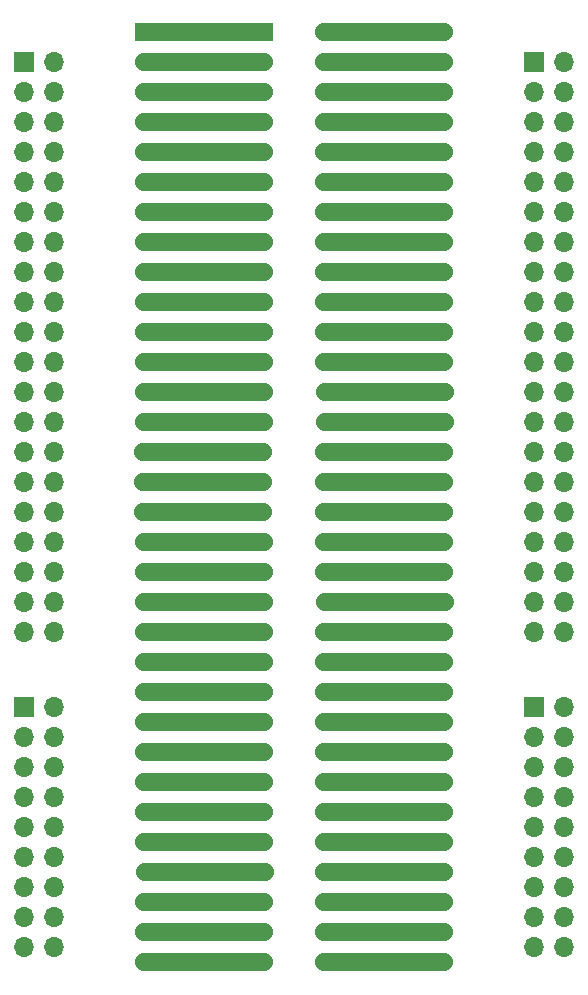
<source format=gbr>
%TF.GenerationSoftware,KiCad,Pcbnew,7.0.2-79-gd0069e0e1d*%
%TF.CreationDate,2023-05-08T00:19:59+01:00*%
%TF.ProjectId,ToastedBreadBoard64,546f6173-7465-4644-9272-656164426f61,rev?*%
%TF.SameCoordinates,Original*%
%TF.FileFunction,Copper,L2,Bot*%
%TF.FilePolarity,Positive*%
%FSLAX46Y46*%
G04 Gerber Fmt 4.6, Leading zero omitted, Abs format (unit mm)*
G04 Created by KiCad (PCBNEW 7.0.2-79-gd0069e0e1d) date 2023-05-08 00:19:59*
%MOMM*%
%LPD*%
G01*
G04 APERTURE LIST*
%TA.AperFunction,ComponentPad*%
%ADD10R,1.524000X1.524000*%
%TD*%
%TA.AperFunction,ComponentPad*%
%ADD11C,1.524000*%
%TD*%
%TA.AperFunction,ComponentPad*%
%ADD12O,11.700000X1.524000*%
%TD*%
%TA.AperFunction,ComponentPad*%
%ADD13R,1.700000X1.700000*%
%TD*%
%TA.AperFunction,ComponentPad*%
%ADD14O,1.700000X1.700000*%
%TD*%
%TA.AperFunction,Conductor*%
%ADD15C,1.000000*%
%TD*%
G04 APERTURE END LIST*
D10*
%TO.P,U1,1,PIN1*%
%TO.N,unconnected-(U1-PIN1-Pad1)*%
X125730000Y-27940000D03*
D11*
X123190000Y-27940000D03*
D12*
X120650000Y-27940000D03*
D11*
X118110000Y-27940000D03*
D10*
X115570000Y-27940000D03*
D11*
%TO.P,U1,2,PIN2*%
%TO.N,unconnected-(U1-PIN2-Pad2)*%
X125730000Y-30480000D03*
X123190000Y-30480000D03*
D12*
X120650000Y-30480000D03*
D11*
X118110000Y-30480000D03*
X115570000Y-30480000D03*
%TO.P,U1,3,PIN3*%
%TO.N,unconnected-(U1-PIN3-Pad3)*%
X125730000Y-33020000D03*
X123190000Y-33020000D03*
D12*
X120650000Y-33020000D03*
D11*
X118110000Y-33020000D03*
X115570000Y-33020000D03*
%TO.P,U1,4,PIN4*%
%TO.N,unconnected-(U1-PIN4-Pad4)*%
X125730000Y-35560000D03*
X123190000Y-35560000D03*
D12*
X120650000Y-35560000D03*
D11*
X118110000Y-35560000D03*
X115570000Y-35560000D03*
%TO.P,U1,5,PIN5*%
%TO.N,unconnected-(U1-PIN5-Pad5)*%
X125730000Y-38100000D03*
X123190000Y-38100000D03*
D12*
X120650000Y-38100000D03*
D11*
X118110000Y-38100000D03*
X115570000Y-38100000D03*
%TO.P,U1,6,PIN6*%
%TO.N,unconnected-(U1-PIN6-Pad6)*%
X125730000Y-40640000D03*
X123190000Y-40640000D03*
D12*
X120650000Y-40640000D03*
D11*
X118110000Y-40640000D03*
X115570000Y-40640000D03*
%TO.P,U1,7,PIN7*%
%TO.N,unconnected-(U1-PIN7-Pad7)*%
X125730000Y-43180000D03*
X123190000Y-43180000D03*
D12*
X120650000Y-43180000D03*
D11*
X118110000Y-43180000D03*
X115570000Y-43180000D03*
%TO.P,U1,8,PIN8*%
%TO.N,unconnected-(U1-PIN8-Pad8)*%
X125730000Y-45720000D03*
X123190000Y-45720000D03*
D12*
X120650000Y-45720000D03*
D11*
X118110000Y-45720000D03*
X115570000Y-45720000D03*
%TO.P,U1,9,PIN9*%
%TO.N,unconnected-(U1-PIN9-Pad9)*%
X125730000Y-48260000D03*
X123190000Y-48260000D03*
D12*
X120650000Y-48260000D03*
D11*
X118110000Y-48260000D03*
X115570000Y-48260000D03*
%TO.P,U1,10,PIN10*%
%TO.N,unconnected-(U1-PIN10-Pad10)*%
X125730000Y-50800000D03*
X123190000Y-50800000D03*
D12*
X120650000Y-50800000D03*
D11*
X118110000Y-50800000D03*
X115570000Y-50800000D03*
%TO.P,U1,11,PIN11*%
%TO.N,unconnected-(U1-PIN11-Pad11)*%
X125730000Y-53340000D03*
X123190000Y-53340000D03*
D12*
X120650000Y-53340000D03*
D11*
X118110000Y-53340000D03*
X115570000Y-53340000D03*
%TO.P,U1,12,PIN12*%
%TO.N,unconnected-(U1-PIN12-Pad12)*%
X125730000Y-55880000D03*
X123190000Y-55880000D03*
D12*
X120650000Y-55880000D03*
D11*
X118110000Y-55880000D03*
X115570000Y-55880000D03*
%TO.P,U1,13,PIN13*%
%TO.N,unconnected-(U1-PIN13-Pad13)*%
X125730000Y-58420000D03*
X123190000Y-58420000D03*
D12*
X120650000Y-58420000D03*
D11*
X118110000Y-58420000D03*
X115570000Y-58420000D03*
%TO.P,U1,14,PIN14*%
%TO.N,unconnected-(U1-PIN14-Pad14)*%
X125730000Y-60960000D03*
X123190000Y-60960000D03*
D12*
X120650000Y-60960000D03*
D11*
X118110000Y-60960000D03*
X115570000Y-60960000D03*
%TO.P,U1,15,PIN15*%
%TO.N,unconnected-(U1-PIN15-Pad15)*%
X125630000Y-63500000D03*
X123090000Y-63500000D03*
D12*
X120550000Y-63500000D03*
D11*
X118010000Y-63500000D03*
X115470000Y-63500000D03*
%TO.P,U1,16,PIN16*%
%TO.N,unconnected-(U1-PIN16-Pad16)*%
X125630000Y-66040000D03*
X123090000Y-66040000D03*
D12*
X120550000Y-66040000D03*
D11*
X118010000Y-66040000D03*
X115470000Y-66040000D03*
%TO.P,U1,17,PIN17*%
%TO.N,unconnected-(U1-PIN17-Pad17)*%
X125630000Y-68580000D03*
X123090000Y-68580000D03*
D12*
X120550000Y-68580000D03*
D11*
X118010000Y-68580000D03*
X115470000Y-68580000D03*
%TO.P,U1,18,PIN18*%
%TO.N,unconnected-(U1-PIN18-Pad18)*%
X125730000Y-71120000D03*
X123190000Y-71120000D03*
D12*
X120650000Y-71120000D03*
D11*
X118110000Y-71120000D03*
X115570000Y-71120000D03*
%TO.P,U1,19,PIN19*%
%TO.N,unconnected-(U1-PIN19-Pad19)*%
X125730000Y-73660000D03*
X123190000Y-73660000D03*
D12*
X120650000Y-73660000D03*
D11*
X118110000Y-73660000D03*
X115570000Y-73660000D03*
%TO.P,U1,20,PIN20*%
%TO.N,unconnected-(U1-PIN20-Pad20)*%
X125730000Y-76200000D03*
X123190000Y-76200000D03*
D12*
X120650000Y-76200000D03*
D11*
X118110000Y-76200000D03*
X115570000Y-76200000D03*
%TO.P,U1,21,PIN21*%
%TO.N,unconnected-(U1-PIN21-Pad21)*%
X125730000Y-78740000D03*
X123190000Y-78740000D03*
D12*
X120650000Y-78740000D03*
D11*
X118110000Y-78740000D03*
X115570000Y-78740000D03*
%TO.P,U1,22,PIN22*%
%TO.N,unconnected-(U1-PIN22-Pad22)*%
X125730000Y-81280000D03*
X123190000Y-81280000D03*
D12*
X120650000Y-81280000D03*
D11*
X118110000Y-81280000D03*
X115570000Y-81280000D03*
%TO.P,U1,23,PIN23*%
%TO.N,unconnected-(U1-PIN23-Pad23)*%
X125730000Y-83820000D03*
X123190000Y-83820000D03*
D12*
X120650000Y-83820000D03*
D11*
X118110000Y-83820000D03*
X115570000Y-83820000D03*
%TO.P,U1,24,PIN24*%
%TO.N,unconnected-(U1-PIN24-Pad24)*%
X125730000Y-86360000D03*
X123190000Y-86360000D03*
D12*
X120650000Y-86360000D03*
D11*
X118110000Y-86360000D03*
X115570000Y-86360000D03*
%TO.P,U1,25,PIN25*%
%TO.N,unconnected-(U1-PIN25-Pad25)*%
X125730000Y-88900000D03*
X123190000Y-88900000D03*
D12*
X120650000Y-88900000D03*
D11*
X118110000Y-88900000D03*
X115570000Y-88900000D03*
%TO.P,U1,26,PIN26*%
%TO.N,unconnected-(U1-PIN26-Pad26)*%
X125730000Y-91440000D03*
X123190000Y-91440000D03*
D12*
X120650000Y-91440000D03*
D11*
X118110000Y-91440000D03*
X115570000Y-91440000D03*
%TO.P,U1,27,PIN27*%
%TO.N,unconnected-(U1-PIN27-Pad27)*%
X125730000Y-93980000D03*
X123190000Y-93980000D03*
D12*
X120650000Y-93980000D03*
D11*
X118110000Y-93980000D03*
X115570000Y-93980000D03*
%TO.P,U1,28,PIN28*%
%TO.N,unconnected-(U1-PIN28-Pad28)*%
X125730000Y-96520000D03*
X123190000Y-96520000D03*
D12*
X120650000Y-96520000D03*
D11*
X118110000Y-96520000D03*
X115570000Y-96520000D03*
%TO.P,U1,29,PIN29*%
%TO.N,unconnected-(U1-PIN29-Pad29)*%
X125830000Y-99060000D03*
X123290000Y-99060000D03*
D12*
X120750000Y-99060000D03*
D11*
X118210000Y-99060000D03*
X115670000Y-99060000D03*
%TO.P,U1,30,PIN30*%
%TO.N,unconnected-(U1-PIN30-Pad30)*%
X125730000Y-101600000D03*
X123190000Y-101600000D03*
D12*
X120650000Y-101600000D03*
D11*
X118110000Y-101600000D03*
X115570000Y-101600000D03*
%TO.P,U1,31,PIN31*%
%TO.N,unconnected-(U1-PIN31-Pad31)*%
X125730000Y-104140000D03*
X123190000Y-104140000D03*
D12*
X120650000Y-104140000D03*
D11*
X118110000Y-104140000D03*
X115570000Y-104140000D03*
%TO.P,U1,32,PIN32*%
%TO.N,unconnected-(U1-PIN32-Pad32)*%
X125730000Y-106680000D03*
X123190000Y-106680000D03*
D12*
X120650000Y-106680000D03*
D11*
X118110000Y-106680000D03*
X115570000Y-106680000D03*
%TO.P,U1,33,PIN33*%
%TO.N,unconnected-(U1-PIN33-Pad33)*%
X140970000Y-106680000D03*
X138430000Y-106680000D03*
D12*
X135890000Y-106680000D03*
D11*
X133350000Y-106680000D03*
X130810000Y-106680000D03*
%TO.P,U1,34,PIN34*%
%TO.N,unconnected-(U1-PIN34-Pad34)*%
X140970000Y-104140000D03*
X138430000Y-104140000D03*
D12*
X135890000Y-104140000D03*
D11*
X133350000Y-104140000D03*
X130810000Y-104140000D03*
%TO.P,U1,35,PIN35*%
%TO.N,unconnected-(U1-PIN35-Pad35)*%
X140970000Y-101600000D03*
X138430000Y-101600000D03*
D12*
X135890000Y-101600000D03*
D11*
X133350000Y-101600000D03*
X130810000Y-101600000D03*
%TO.P,U1,36,PIN36*%
%TO.N,unconnected-(U1-PIN36-Pad36)*%
X140970000Y-99060000D03*
X138430000Y-99060000D03*
D12*
X135890000Y-99060000D03*
D11*
X133350000Y-99060000D03*
X130810000Y-99060000D03*
%TO.P,U1,37,PIN37*%
%TO.N,unconnected-(U1-PIN37-Pad37)*%
X140970000Y-96520000D03*
X138430000Y-96520000D03*
D12*
X135890000Y-96520000D03*
D11*
X133350000Y-96520000D03*
X130810000Y-96520000D03*
%TO.P,U1,38,PIN38*%
%TO.N,unconnected-(U1-PIN38-Pad38)*%
X140970000Y-93980000D03*
X138430000Y-93980000D03*
D12*
X135890000Y-93980000D03*
D11*
X133350000Y-93980000D03*
X130810000Y-93980000D03*
%TO.P,U1,39,PIN39*%
%TO.N,unconnected-(U1-PIN39-Pad39)*%
X140970000Y-91440000D03*
X138430000Y-91440000D03*
D12*
X135890000Y-91440000D03*
D11*
X133350000Y-91440000D03*
X130810000Y-91440000D03*
%TO.P,U1,40,PIN40*%
%TO.N,unconnected-(U1-PIN40-Pad40)*%
X140970000Y-88900000D03*
X138430000Y-88900000D03*
D12*
X135890000Y-88900000D03*
D11*
X133350000Y-88900000D03*
X130810000Y-88900000D03*
%TO.P,U1,41,PIN41*%
%TO.N,unconnected-(U1-PIN41-Pad41)*%
X140970000Y-86360000D03*
X138430000Y-86360000D03*
D12*
X135890000Y-86360000D03*
D11*
X133350000Y-86360000D03*
X130810000Y-86360000D03*
%TO.P,U1,42,PIN42*%
%TO.N,unconnected-(U1-PIN42-Pad42)*%
X140970000Y-83820000D03*
X138430000Y-83820000D03*
D12*
X135890000Y-83820000D03*
D11*
X133350000Y-83820000D03*
X130810000Y-83820000D03*
%TO.P,U1,43,PIN43*%
%TO.N,unconnected-(U1-PIN43-Pad43)*%
X140970000Y-81280000D03*
X138430000Y-81280000D03*
D12*
X135890000Y-81280000D03*
D11*
X133350000Y-81280000D03*
X130810000Y-81280000D03*
%TO.P,U1,44,PIN44*%
%TO.N,unconnected-(U1-PIN44-Pad44)*%
X140970000Y-78740000D03*
X138430000Y-78740000D03*
D12*
X135890000Y-78740000D03*
D11*
X133350000Y-78740000D03*
X130810000Y-78740000D03*
%TO.P,U1,45,PIN45*%
%TO.N,unconnected-(U1-PIN45-Pad45)*%
X141070000Y-76200000D03*
X138530000Y-76200000D03*
D12*
X135990000Y-76200000D03*
D11*
X133450000Y-76200000D03*
X130910000Y-76200000D03*
%TO.P,U1,46,PIN46*%
%TO.N,unconnected-(U1-PIN46-Pad46)*%
X140970000Y-73660000D03*
X138430000Y-73660000D03*
D12*
X135890000Y-73660000D03*
D11*
X133350000Y-73660000D03*
X130810000Y-73660000D03*
%TO.P,U1,47,PIN47*%
%TO.N,unconnected-(U1-PIN47-Pad47)*%
X140970000Y-71120000D03*
X138430000Y-71120000D03*
D12*
X135890000Y-71120000D03*
D11*
X133350000Y-71120000D03*
X130810000Y-71120000D03*
%TO.P,U1,48,PIN48*%
%TO.N,unconnected-(U1-PIN48-Pad48)*%
X140970000Y-68580000D03*
X138430000Y-68580000D03*
D12*
X135890000Y-68580000D03*
D11*
X133350000Y-68580000D03*
X130810000Y-68580000D03*
%TO.P,U1,49,PIN49*%
%TO.N,unconnected-(U1-PIN49-Pad49)*%
X140970000Y-66040000D03*
X138430000Y-66040000D03*
D12*
X135890000Y-66040000D03*
D11*
X133350000Y-66040000D03*
X130810000Y-66040000D03*
%TO.P,U1,50,PIN50*%
%TO.N,unconnected-(U1-PIN50-Pad50)*%
X140970000Y-63500000D03*
X138430000Y-63500000D03*
D12*
X135890000Y-63500000D03*
D11*
X133350000Y-63500000D03*
X130810000Y-63500000D03*
%TO.P,U1,51,PIN51*%
%TO.N,unconnected-(U1-PIN51-Pad51)*%
X141070000Y-60960000D03*
X138530000Y-60960000D03*
D12*
X135990000Y-60960000D03*
D11*
X133450000Y-60960000D03*
X130910000Y-60960000D03*
%TO.P,U1,52,PIN52*%
%TO.N,unconnected-(U1-PIN52-Pad52)*%
X141070000Y-58420000D03*
X138530000Y-58420000D03*
D12*
X135990000Y-58420000D03*
D11*
X133450000Y-58420000D03*
X130910000Y-58420000D03*
%TO.P,U1,53,PIN53*%
%TO.N,unconnected-(U1-PIN53-Pad53)*%
X140970000Y-55880000D03*
X138430000Y-55880000D03*
D12*
X135890000Y-55880000D03*
D11*
X133350000Y-55880000D03*
X130810000Y-55880000D03*
%TO.P,U1,54,PIN54*%
%TO.N,unconnected-(U1-PIN54-Pad54)*%
X140970000Y-53340000D03*
X138430000Y-53340000D03*
D12*
X135890000Y-53340000D03*
D11*
X133350000Y-53340000D03*
X130810000Y-53340000D03*
%TO.P,U1,55,PIN55*%
%TO.N,unconnected-(U1-PIN55-Pad55)*%
X140970000Y-50800000D03*
X138430000Y-50800000D03*
D12*
X135890000Y-50800000D03*
D11*
X133350000Y-50800000D03*
X130810000Y-50800000D03*
%TO.P,U1,56,PIN56*%
%TO.N,unconnected-(U1-PIN56-Pad56)*%
X140970000Y-48260000D03*
X138430000Y-48260000D03*
D12*
X135890000Y-48260000D03*
D11*
X133350000Y-48260000D03*
X130810000Y-48260000D03*
%TO.P,U1,57,PIN57*%
%TO.N,unconnected-(U1-PIN57-Pad57)*%
X140970000Y-45720000D03*
X138430000Y-45720000D03*
D12*
X135890000Y-45720000D03*
D11*
X133350000Y-45720000D03*
X130810000Y-45720000D03*
%TO.P,U1,58,PIN58*%
%TO.N,unconnected-(U1-PIN58-Pad58)*%
X140970000Y-43180000D03*
X138430000Y-43180000D03*
D12*
X135890000Y-43180000D03*
D11*
X133350000Y-43180000D03*
X130810000Y-43180000D03*
%TO.P,U1,59,PIN59*%
%TO.N,unconnected-(U1-PIN59-Pad59)*%
X140970000Y-40640000D03*
X138430000Y-40640000D03*
D12*
X135890000Y-40640000D03*
D11*
X133350000Y-40640000D03*
X130810000Y-40640000D03*
%TO.P,U1,60,PIN60*%
%TO.N,unconnected-(U1-PIN60-Pad60)*%
X140970000Y-38100000D03*
X138430000Y-38100000D03*
D12*
X135890000Y-38100000D03*
D11*
X133350000Y-38100000D03*
X130810000Y-38100000D03*
%TO.P,U1,61,PIN61*%
%TO.N,unconnected-(U1-PIN61-Pad61)*%
X140970000Y-35560000D03*
X138430000Y-35560000D03*
D12*
X135890000Y-35560000D03*
D11*
X133350000Y-35560000D03*
X130810000Y-35560000D03*
%TO.P,U1,62,PIN62*%
%TO.N,unconnected-(U1-PIN62-Pad62)*%
X140970000Y-33020000D03*
X138430000Y-33020000D03*
D12*
X135890000Y-33020000D03*
D11*
X133350000Y-33020000D03*
X130810000Y-33020000D03*
%TO.P,U1,63,PIN63*%
%TO.N,unconnected-(U1-PIN63-Pad63)*%
X140970000Y-30480000D03*
X138430000Y-30480000D03*
D12*
X135890000Y-30480000D03*
D11*
X133350000Y-30480000D03*
X130810000Y-30480000D03*
%TO.P,U1,64,PIN64*%
%TO.N,unconnected-(U1-PIN64-Pad64)*%
X140970000Y-27940000D03*
X138430000Y-27940000D03*
D12*
X135890000Y-27940000D03*
D11*
X133350000Y-27940000D03*
X130810000Y-27940000D03*
%TD*%
D13*
%TO.P,J4,1,Pin_1*%
%TO.N,Net-(J4-Pin_1)*%
X148590000Y-30480000D03*
D14*
%TO.P,J4,2,Pin_2*%
%TO.N,Net-(J4-Pin_10)*%
X151130000Y-30480000D03*
%TO.P,J4,3,Pin_3*%
%TO.N,Net-(J4-Pin_1)*%
X148590000Y-33020000D03*
%TO.P,J4,4,Pin_4*%
%TO.N,Net-(J4-Pin_10)*%
X151130000Y-33020000D03*
%TO.P,J4,5,Pin_5*%
%TO.N,Net-(J4-Pin_1)*%
X148590000Y-35560000D03*
%TO.P,J4,6,Pin_6*%
%TO.N,Net-(J4-Pin_10)*%
X151130000Y-35560000D03*
%TO.P,J4,7,Pin_7*%
%TO.N,Net-(J4-Pin_1)*%
X148590000Y-38100000D03*
%TO.P,J4,8,Pin_8*%
%TO.N,Net-(J4-Pin_10)*%
X151130000Y-38100000D03*
%TO.P,J4,9,Pin_9*%
%TO.N,Net-(J4-Pin_1)*%
X148590000Y-40640000D03*
%TO.P,J4,10,Pin_10*%
%TO.N,Net-(J4-Pin_10)*%
X151130000Y-40640000D03*
%TO.P,J4,11,Pin_11*%
%TO.N,Net-(J4-Pin_1)*%
X148590000Y-43180000D03*
%TO.P,J4,12,Pin_12*%
%TO.N,Net-(J4-Pin_10)*%
X151130000Y-43180000D03*
%TO.P,J4,13,Pin_13*%
%TO.N,Net-(J4-Pin_1)*%
X148590000Y-45720000D03*
%TO.P,J4,14,Pin_14*%
%TO.N,Net-(J4-Pin_10)*%
X151130000Y-45720000D03*
%TO.P,J4,15,Pin_15*%
%TO.N,Net-(J4-Pin_1)*%
X148590000Y-48260000D03*
%TO.P,J4,16,Pin_16*%
%TO.N,Net-(J4-Pin_10)*%
X151130000Y-48260000D03*
%TO.P,J4,17,Pin_17*%
%TO.N,Net-(J4-Pin_1)*%
X148590000Y-50800000D03*
%TO.P,J4,18,Pin_18*%
%TO.N,Net-(J4-Pin_10)*%
X151130000Y-50800000D03*
%TO.P,J4,19,Pin_19*%
%TO.N,Net-(J4-Pin_1)*%
X148590000Y-53340000D03*
%TO.P,J4,20,Pin_20*%
%TO.N,Net-(J4-Pin_10)*%
X151130000Y-53340000D03*
%TO.P,J4,21,Pin_21*%
%TO.N,Net-(J4-Pin_1)*%
X148590000Y-55880000D03*
%TO.P,J4,22,Pin_22*%
%TO.N,Net-(J4-Pin_10)*%
X151130000Y-55880000D03*
%TO.P,J4,23,Pin_23*%
%TO.N,Net-(J4-Pin_1)*%
X148590000Y-58420000D03*
%TO.P,J4,24,Pin_24*%
%TO.N,Net-(J4-Pin_10)*%
X151130000Y-58420000D03*
%TO.P,J4,25,Pin_25*%
%TO.N,Net-(J4-Pin_1)*%
X148590000Y-60960000D03*
%TO.P,J4,26,Pin_26*%
%TO.N,Net-(J4-Pin_10)*%
X151130000Y-60960000D03*
%TO.P,J4,27,Pin_27*%
%TO.N,Net-(J4-Pin_1)*%
X148590000Y-63500000D03*
%TO.P,J4,28,Pin_28*%
%TO.N,Net-(J4-Pin_10)*%
X151130000Y-63500000D03*
%TO.P,J4,29,Pin_29*%
%TO.N,Net-(J4-Pin_1)*%
X148590000Y-66040000D03*
%TO.P,J4,30,Pin_30*%
%TO.N,Net-(J4-Pin_10)*%
X151130000Y-66040000D03*
%TO.P,J4,31,Pin_31*%
%TO.N,Net-(J4-Pin_1)*%
X148590000Y-68580000D03*
%TO.P,J4,32,Pin_32*%
%TO.N,Net-(J4-Pin_10)*%
X151130000Y-68580000D03*
%TO.P,J4,33,Pin_33*%
%TO.N,Net-(J4-Pin_1)*%
X148590000Y-71120000D03*
%TO.P,J4,34,Pin_34*%
%TO.N,Net-(J4-Pin_10)*%
X151130000Y-71120000D03*
%TO.P,J4,35,Pin_35*%
%TO.N,Net-(J4-Pin_1)*%
X148590000Y-73660000D03*
%TO.P,J4,36,Pin_36*%
%TO.N,Net-(J4-Pin_10)*%
X151130000Y-73660000D03*
%TO.P,J4,37,Pin_37*%
%TO.N,Net-(J4-Pin_1)*%
X148590000Y-76200000D03*
%TO.P,J4,38,Pin_38*%
%TO.N,Net-(J4-Pin_10)*%
X151130000Y-76200000D03*
%TO.P,J4,39,Pin_39*%
%TO.N,Net-(J4-Pin_1)*%
X148590000Y-78740000D03*
%TO.P,J4,40,Pin_40*%
%TO.N,Net-(J4-Pin_10)*%
X151130000Y-78740000D03*
%TD*%
D13*
%TO.P,J2,1,Pin_1*%
%TO.N,Net-(J2-Pin_1)*%
X105410000Y-85090000D03*
D14*
%TO.P,J2,2,Pin_2*%
%TO.N,Net-(J2-Pin_10)*%
X107950000Y-85090000D03*
%TO.P,J2,3,Pin_3*%
%TO.N,Net-(J2-Pin_1)*%
X105410000Y-87630000D03*
%TO.P,J2,4,Pin_4*%
%TO.N,Net-(J2-Pin_10)*%
X107950000Y-87630000D03*
%TO.P,J2,5,Pin_5*%
%TO.N,Net-(J2-Pin_1)*%
X105410000Y-90170000D03*
%TO.P,J2,6,Pin_6*%
%TO.N,Net-(J2-Pin_10)*%
X107950000Y-90170000D03*
%TO.P,J2,7,Pin_7*%
%TO.N,Net-(J2-Pin_1)*%
X105410000Y-92710000D03*
%TO.P,J2,8,Pin_8*%
%TO.N,Net-(J2-Pin_10)*%
X107950000Y-92710000D03*
%TO.P,J2,9,Pin_9*%
%TO.N,Net-(J2-Pin_1)*%
X105410000Y-95250000D03*
%TO.P,J2,10,Pin_10*%
%TO.N,Net-(J2-Pin_10)*%
X107950000Y-95250000D03*
%TO.P,J2,11,Pin_11*%
%TO.N,Net-(J2-Pin_1)*%
X105410000Y-97790000D03*
%TO.P,J2,12,Pin_12*%
%TO.N,Net-(J2-Pin_10)*%
X107950000Y-97790000D03*
%TO.P,J2,13,Pin_13*%
%TO.N,Net-(J2-Pin_1)*%
X105410000Y-100330000D03*
%TO.P,J2,14,Pin_14*%
%TO.N,Net-(J2-Pin_10)*%
X107950000Y-100330000D03*
%TO.P,J2,15,Pin_15*%
%TO.N,Net-(J2-Pin_1)*%
X105410000Y-102870000D03*
%TO.P,J2,16,Pin_16*%
%TO.N,Net-(J2-Pin_10)*%
X107950000Y-102870000D03*
%TO.P,J2,17,Pin_17*%
%TO.N,Net-(J2-Pin_1)*%
X105410000Y-105410000D03*
%TO.P,J2,18,Pin_18*%
%TO.N,Net-(J2-Pin_10)*%
X107950000Y-105410000D03*
%TD*%
D13*
%TO.P,J1,1,Pin_1*%
%TO.N,Net-(J1-Pin_1)*%
X105410000Y-30480000D03*
D14*
%TO.P,J1,2,Pin_2*%
%TO.N,Net-(J1-Pin_10)*%
X107950000Y-30480000D03*
%TO.P,J1,3,Pin_3*%
%TO.N,Net-(J1-Pin_1)*%
X105410000Y-33020000D03*
%TO.P,J1,4,Pin_4*%
%TO.N,Net-(J1-Pin_10)*%
X107950000Y-33020000D03*
%TO.P,J1,5,Pin_5*%
%TO.N,Net-(J1-Pin_1)*%
X105410000Y-35560000D03*
%TO.P,J1,6,Pin_6*%
%TO.N,Net-(J1-Pin_10)*%
X107950000Y-35560000D03*
%TO.P,J1,7,Pin_7*%
%TO.N,Net-(J1-Pin_1)*%
X105410000Y-38100000D03*
%TO.P,J1,8,Pin_8*%
%TO.N,Net-(J1-Pin_10)*%
X107950000Y-38100000D03*
%TO.P,J1,9,Pin_9*%
%TO.N,Net-(J1-Pin_1)*%
X105410000Y-40640000D03*
%TO.P,J1,10,Pin_10*%
%TO.N,Net-(J1-Pin_10)*%
X107950000Y-40640000D03*
%TO.P,J1,11,Pin_11*%
%TO.N,Net-(J1-Pin_1)*%
X105410000Y-43180000D03*
%TO.P,J1,12,Pin_12*%
%TO.N,Net-(J1-Pin_10)*%
X107950000Y-43180000D03*
%TO.P,J1,13,Pin_13*%
%TO.N,Net-(J1-Pin_1)*%
X105410000Y-45720000D03*
%TO.P,J1,14,Pin_14*%
%TO.N,Net-(J1-Pin_10)*%
X107950000Y-45720000D03*
%TO.P,J1,15,Pin_15*%
%TO.N,Net-(J1-Pin_1)*%
X105410000Y-48260000D03*
%TO.P,J1,16,Pin_16*%
%TO.N,Net-(J1-Pin_10)*%
X107950000Y-48260000D03*
%TO.P,J1,17,Pin_17*%
%TO.N,Net-(J1-Pin_1)*%
X105410000Y-50800000D03*
%TO.P,J1,18,Pin_18*%
%TO.N,Net-(J1-Pin_10)*%
X107950000Y-50800000D03*
%TO.P,J1,19,Pin_19*%
%TO.N,Net-(J1-Pin_1)*%
X105410000Y-53340000D03*
%TO.P,J1,20,Pin_20*%
%TO.N,Net-(J1-Pin_10)*%
X107950000Y-53340000D03*
%TO.P,J1,21,Pin_21*%
%TO.N,Net-(J1-Pin_1)*%
X105410000Y-55880000D03*
%TO.P,J1,22,Pin_22*%
%TO.N,Net-(J1-Pin_10)*%
X107950000Y-55880000D03*
%TO.P,J1,23,Pin_23*%
%TO.N,Net-(J1-Pin_1)*%
X105410000Y-58420000D03*
%TO.P,J1,24,Pin_24*%
%TO.N,Net-(J1-Pin_10)*%
X107950000Y-58420000D03*
%TO.P,J1,25,Pin_25*%
%TO.N,Net-(J1-Pin_1)*%
X105410000Y-60960000D03*
%TO.P,J1,26,Pin_26*%
%TO.N,Net-(J1-Pin_10)*%
X107950000Y-60960000D03*
%TO.P,J1,27,Pin_27*%
%TO.N,Net-(J1-Pin_1)*%
X105410000Y-63500000D03*
%TO.P,J1,28,Pin_28*%
%TO.N,Net-(J1-Pin_10)*%
X107950000Y-63500000D03*
%TO.P,J1,29,Pin_29*%
%TO.N,Net-(J1-Pin_1)*%
X105410000Y-66040000D03*
%TO.P,J1,30,Pin_30*%
%TO.N,Net-(J1-Pin_10)*%
X107950000Y-66040000D03*
%TO.P,J1,31,Pin_31*%
%TO.N,Net-(J1-Pin_1)*%
X105410000Y-68580000D03*
%TO.P,J1,32,Pin_32*%
%TO.N,Net-(J1-Pin_10)*%
X107950000Y-68580000D03*
%TO.P,J1,33,Pin_33*%
%TO.N,Net-(J1-Pin_1)*%
X105410000Y-71120000D03*
%TO.P,J1,34,Pin_34*%
%TO.N,Net-(J1-Pin_10)*%
X107950000Y-71120000D03*
%TO.P,J1,35,Pin_35*%
%TO.N,Net-(J1-Pin_1)*%
X105410000Y-73660000D03*
%TO.P,J1,36,Pin_36*%
%TO.N,Net-(J1-Pin_10)*%
X107950000Y-73660000D03*
%TO.P,J1,37,Pin_37*%
%TO.N,Net-(J1-Pin_1)*%
X105410000Y-76200000D03*
%TO.P,J1,38,Pin_38*%
%TO.N,Net-(J1-Pin_10)*%
X107950000Y-76200000D03*
%TO.P,J1,39,Pin_39*%
%TO.N,Net-(J1-Pin_1)*%
X105410000Y-78740000D03*
%TO.P,J1,40,Pin_40*%
%TO.N,Net-(J1-Pin_10)*%
X107950000Y-78740000D03*
%TD*%
D13*
%TO.P,J5,1,Pin_1*%
%TO.N,Net-(J5-Pin_1)*%
X148590000Y-85090000D03*
D14*
%TO.P,J5,2,Pin_2*%
%TO.N,Net-(J5-Pin_10)*%
X151130000Y-85090000D03*
%TO.P,J5,3,Pin_3*%
%TO.N,Net-(J5-Pin_1)*%
X148590000Y-87630000D03*
%TO.P,J5,4,Pin_4*%
%TO.N,Net-(J5-Pin_10)*%
X151130000Y-87630000D03*
%TO.P,J5,5,Pin_5*%
%TO.N,Net-(J5-Pin_1)*%
X148590000Y-90170000D03*
%TO.P,J5,6,Pin_6*%
%TO.N,Net-(J5-Pin_10)*%
X151130000Y-90170000D03*
%TO.P,J5,7,Pin_7*%
%TO.N,Net-(J5-Pin_1)*%
X148590000Y-92710000D03*
%TO.P,J5,8,Pin_8*%
%TO.N,Net-(J5-Pin_10)*%
X151130000Y-92710000D03*
%TO.P,J5,9,Pin_9*%
%TO.N,Net-(J5-Pin_1)*%
X148590000Y-95250000D03*
%TO.P,J5,10,Pin_10*%
%TO.N,Net-(J5-Pin_10)*%
X151130000Y-95250000D03*
%TO.P,J5,11,Pin_11*%
%TO.N,Net-(J5-Pin_1)*%
X148590000Y-97790000D03*
%TO.P,J5,12,Pin_12*%
%TO.N,Net-(J5-Pin_10)*%
X151130000Y-97790000D03*
%TO.P,J5,13,Pin_13*%
%TO.N,Net-(J5-Pin_1)*%
X148590000Y-100330000D03*
%TO.P,J5,14,Pin_14*%
%TO.N,Net-(J5-Pin_10)*%
X151130000Y-100330000D03*
%TO.P,J5,15,Pin_15*%
%TO.N,Net-(J5-Pin_1)*%
X148590000Y-102870000D03*
%TO.P,J5,16,Pin_16*%
%TO.N,Net-(J5-Pin_10)*%
X151130000Y-102870000D03*
%TO.P,J5,17,Pin_17*%
%TO.N,Net-(J5-Pin_1)*%
X148590000Y-105410000D03*
%TO.P,J5,18,Pin_18*%
%TO.N,Net-(J5-Pin_10)*%
X151130000Y-105410000D03*
%TD*%
D15*
%TO.N,unconnected-(U1-PIN1-Pad1)*%
X120650000Y-27940000D02*
X123190000Y-27940000D01*
X115570000Y-27940000D02*
X118110000Y-27940000D01*
X123190000Y-27940000D02*
X125730000Y-27940000D01*
X118110000Y-27940000D02*
X120650000Y-27940000D01*
%TO.N,unconnected-(U1-PIN2-Pad2)*%
X123190000Y-30480000D02*
X125730000Y-30480000D01*
X118110000Y-30480000D02*
X120650000Y-30480000D01*
X120650000Y-30480000D02*
X123190000Y-30480000D01*
X115570000Y-30480000D02*
X118110000Y-30480000D01*
%TO.N,unconnected-(U1-PIN3-Pad3)*%
X120650000Y-33020000D02*
X123190000Y-33020000D01*
X118110000Y-33020000D02*
X120650000Y-33020000D01*
X115570000Y-33020000D02*
X118110000Y-33020000D01*
X123190000Y-33020000D02*
X125730000Y-33020000D01*
%TO.N,unconnected-(U1-PIN4-Pad4)*%
X123190000Y-35560000D02*
X125730000Y-35560000D01*
X118110000Y-35560000D02*
X120650000Y-35560000D01*
X120650000Y-35560000D02*
X123190000Y-35560000D01*
X115570000Y-35560000D02*
X118110000Y-35560000D01*
%TO.N,unconnected-(U1-PIN5-Pad5)*%
X118110000Y-38100000D02*
X120650000Y-38100000D01*
X120650000Y-38100000D02*
X123190000Y-38100000D01*
X123190000Y-38100000D02*
X125730000Y-38100000D01*
X115570000Y-38100000D02*
X118110000Y-38100000D01*
%TO.N,unconnected-(U1-PIN6-Pad6)*%
X118110000Y-40640000D02*
X120650000Y-40640000D01*
X115570000Y-40640000D02*
X118110000Y-40640000D01*
X123190000Y-40640000D02*
X125730000Y-40640000D01*
X120650000Y-40640000D02*
X123190000Y-40640000D01*
%TO.N,unconnected-(U1-PIN7-Pad7)*%
X118110000Y-43180000D02*
X120650000Y-43180000D01*
X115570000Y-43180000D02*
X118110000Y-43180000D01*
X123190000Y-43180000D02*
X125730000Y-43180000D01*
X120650000Y-43180000D02*
X123190000Y-43180000D01*
%TO.N,unconnected-(U1-PIN8-Pad8)*%
X120650000Y-45720000D02*
X123190000Y-45720000D01*
X115570000Y-45720000D02*
X118110000Y-45720000D01*
X118110000Y-45720000D02*
X120650000Y-45720000D01*
X123190000Y-45720000D02*
X125730000Y-45720000D01*
%TO.N,unconnected-(U1-PIN9-Pad9)*%
X120650000Y-48260000D02*
X123190000Y-48260000D01*
X118110000Y-48260000D02*
X120650000Y-48260000D01*
X123190000Y-48260000D02*
X125730000Y-48260000D01*
X115570000Y-48260000D02*
X118110000Y-48260000D01*
%TO.N,unconnected-(U1-PIN10-Pad10)*%
X118110000Y-50800000D02*
X120650000Y-50800000D01*
X115570000Y-50800000D02*
X118110000Y-50800000D01*
X120650000Y-50800000D02*
X123190000Y-50800000D01*
X123190000Y-50800000D02*
X125730000Y-50800000D01*
%TO.N,unconnected-(U1-PIN11-Pad11)*%
X120650000Y-53340000D02*
X123190000Y-53340000D01*
X118110000Y-53340000D02*
X120650000Y-53340000D01*
X115570000Y-53340000D02*
X118110000Y-53340000D01*
X123190000Y-53340000D02*
X125730000Y-53340000D01*
%TO.N,unconnected-(U1-PIN12-Pad12)*%
X123190000Y-55880000D02*
X125730000Y-55880000D01*
X115570000Y-55880000D02*
X118110000Y-55880000D01*
X120650000Y-55880000D02*
X123190000Y-55880000D01*
X118110000Y-55880000D02*
X120650000Y-55880000D01*
%TO.N,unconnected-(U1-PIN13-Pad13)*%
X115570000Y-58420000D02*
X118110000Y-58420000D01*
X118110000Y-58420000D02*
X120650000Y-58420000D01*
X123190000Y-58420000D02*
X125730000Y-58420000D01*
X120650000Y-58420000D02*
X123190000Y-58420000D01*
%TO.N,unconnected-(U1-PIN14-Pad14)*%
X115570000Y-60960000D02*
X118110000Y-60960000D01*
X118110000Y-60960000D02*
X120650000Y-60960000D01*
X123190000Y-60960000D02*
X125730000Y-60960000D01*
X120650000Y-60960000D02*
X123190000Y-60960000D01*
%TO.N,unconnected-(U1-PIN15-Pad15)*%
X118010000Y-63500000D02*
X120550000Y-63500000D01*
X123090000Y-63500000D02*
X125630000Y-63500000D01*
X120550000Y-63500000D02*
X123090000Y-63500000D01*
X115470000Y-63500000D02*
X118010000Y-63500000D01*
%TO.N,unconnected-(U1-PIN16-Pad16)*%
X115470000Y-66040000D02*
X118010000Y-66040000D01*
X120550000Y-66040000D02*
X123090000Y-66040000D01*
X123090000Y-66040000D02*
X125630000Y-66040000D01*
X118010000Y-66040000D02*
X120550000Y-66040000D01*
%TO.N,unconnected-(U1-PIN17-Pad17)*%
X115470000Y-68580000D02*
X118010000Y-68580000D01*
X123090000Y-68580000D02*
X125630000Y-68580000D01*
X118010000Y-68580000D02*
X120550000Y-68580000D01*
X120550000Y-68580000D02*
X123090000Y-68580000D01*
%TO.N,unconnected-(U1-PIN18-Pad18)*%
X115570000Y-71120000D02*
X118110000Y-71120000D01*
X118110000Y-71120000D02*
X120650000Y-71120000D01*
X120650000Y-71120000D02*
X123190000Y-71120000D01*
X123190000Y-71120000D02*
X125730000Y-71120000D01*
%TO.N,unconnected-(U1-PIN19-Pad19)*%
X123190000Y-73660000D02*
X125730000Y-73660000D01*
X118110000Y-73660000D02*
X120650000Y-73660000D01*
X115570000Y-73660000D02*
X118110000Y-73660000D01*
X120650000Y-73660000D02*
X123190000Y-73660000D01*
%TO.N,unconnected-(U1-PIN20-Pad20)*%
X123190000Y-76200000D02*
X125730000Y-76200000D01*
X120650000Y-76200000D02*
X123190000Y-76200000D01*
X115570000Y-76200000D02*
X118110000Y-76200000D01*
X118110000Y-76200000D02*
X120650000Y-76200000D01*
%TO.N,unconnected-(U1-PIN21-Pad21)*%
X120650000Y-78740000D02*
X123190000Y-78740000D01*
X118110000Y-78740000D02*
X120650000Y-78740000D01*
X115570000Y-78740000D02*
X118110000Y-78740000D01*
X123190000Y-78740000D02*
X125730000Y-78740000D01*
%TO.N,unconnected-(U1-PIN22-Pad22)*%
X118110000Y-81280000D02*
X120650000Y-81280000D01*
X120650000Y-81280000D02*
X123190000Y-81280000D01*
X115570000Y-81280000D02*
X118110000Y-81280000D01*
X123190000Y-81280000D02*
X125730000Y-81280000D01*
%TO.N,unconnected-(U1-PIN23-Pad23)*%
X118110000Y-83820000D02*
X120650000Y-83820000D01*
X123190000Y-83820000D02*
X125730000Y-83820000D01*
X120650000Y-83820000D02*
X123190000Y-83820000D01*
X115570000Y-83820000D02*
X118110000Y-83820000D01*
%TO.N,unconnected-(U1-PIN24-Pad24)*%
X123190000Y-86360000D02*
X125730000Y-86360000D01*
X118110000Y-86360000D02*
X120650000Y-86360000D01*
X115570000Y-86360000D02*
X118110000Y-86360000D01*
X120650000Y-86360000D02*
X123190000Y-86360000D01*
%TO.N,unconnected-(U1-PIN25-Pad25)*%
X118110000Y-88900000D02*
X120650000Y-88900000D01*
X123190000Y-88900000D02*
X125730000Y-88900000D01*
X120650000Y-88900000D02*
X123190000Y-88900000D01*
X115570000Y-88900000D02*
X118110000Y-88900000D01*
%TO.N,unconnected-(U1-PIN26-Pad26)*%
X120650000Y-91440000D02*
X123190000Y-91440000D01*
X123190000Y-91440000D02*
X125730000Y-91440000D01*
X115570000Y-91440000D02*
X118110000Y-91440000D01*
X118110000Y-91440000D02*
X120650000Y-91440000D01*
%TO.N,unconnected-(U1-PIN27-Pad27)*%
X123190000Y-93980000D02*
X125730000Y-93980000D01*
X115570000Y-93980000D02*
X118110000Y-93980000D01*
X118110000Y-93980000D02*
X120650000Y-93980000D01*
X120650000Y-93980000D02*
X123190000Y-93980000D01*
%TO.N,unconnected-(U1-PIN28-Pad28)*%
X118110000Y-96520000D02*
X120650000Y-96520000D01*
X120650000Y-96520000D02*
X123190000Y-96520000D01*
X115570000Y-96520000D02*
X118110000Y-96520000D01*
X123190000Y-96520000D02*
X125730000Y-96520000D01*
%TO.N,unconnected-(U1-PIN29-Pad29)*%
X115670000Y-99060000D02*
X118210000Y-99060000D01*
X120750000Y-99060000D02*
X123290000Y-99060000D01*
X118210000Y-99060000D02*
X120750000Y-99060000D01*
X123290000Y-99060000D02*
X125830000Y-99060000D01*
%TO.N,unconnected-(U1-PIN30-Pad30)*%
X120650000Y-101600000D02*
X123190000Y-101600000D01*
X115570000Y-101600000D02*
X118110000Y-101600000D01*
X118110000Y-101600000D02*
X120650000Y-101600000D01*
X123190000Y-101600000D02*
X125730000Y-101600000D01*
%TO.N,unconnected-(U1-PIN31-Pad31)*%
X120650000Y-104140000D02*
X123190000Y-104140000D01*
X123190000Y-104140000D02*
X125730000Y-104140000D01*
X115570000Y-104140000D02*
X118110000Y-104140000D01*
X118110000Y-104140000D02*
X120650000Y-104140000D01*
%TO.N,unconnected-(U1-PIN32-Pad32)*%
X120650000Y-106680000D02*
X123190000Y-106680000D01*
X123190000Y-106680000D02*
X125730000Y-106680000D01*
X115570000Y-106680000D02*
X118110000Y-106680000D01*
X118110000Y-106680000D02*
X120650000Y-106680000D01*
%TO.N,unconnected-(U1-PIN33-Pad33)*%
X138430000Y-106680000D02*
X140970000Y-106680000D01*
X133350000Y-106680000D02*
X135890000Y-106680000D01*
X135890000Y-106680000D02*
X138430000Y-106680000D01*
X130810000Y-106680000D02*
X133350000Y-106680000D01*
%TO.N,unconnected-(U1-PIN34-Pad34)*%
X130810000Y-104140000D02*
X133350000Y-104140000D01*
X135890000Y-104140000D02*
X138430000Y-104140000D01*
X133350000Y-104140000D02*
X135890000Y-104140000D01*
X138430000Y-104140000D02*
X140970000Y-104140000D01*
%TO.N,unconnected-(U1-PIN35-Pad35)*%
X135890000Y-101600000D02*
X138430000Y-101600000D01*
X138430000Y-101600000D02*
X140970000Y-101600000D01*
X130810000Y-101600000D02*
X133350000Y-101600000D01*
X133350000Y-101600000D02*
X135890000Y-101600000D01*
%TO.N,unconnected-(U1-PIN36-Pad36)*%
X130810000Y-99060000D02*
X133350000Y-99060000D01*
X138430000Y-99060000D02*
X140970000Y-99060000D01*
X133350000Y-99060000D02*
X135890000Y-99060000D01*
X135890000Y-99060000D02*
X138430000Y-99060000D01*
%TO.N,unconnected-(U1-PIN37-Pad37)*%
X138430000Y-96520000D02*
X140970000Y-96520000D01*
X135890000Y-96520000D02*
X138430000Y-96520000D01*
X133350000Y-96520000D02*
X135890000Y-96520000D01*
X130810000Y-96520000D02*
X133350000Y-96520000D01*
%TO.N,unconnected-(U1-PIN38-Pad38)*%
X138430000Y-93980000D02*
X140970000Y-93980000D01*
X130810000Y-93980000D02*
X133350000Y-93980000D01*
X135890000Y-93980000D02*
X138430000Y-93980000D01*
X133350000Y-93980000D02*
X135890000Y-93980000D01*
%TO.N,unconnected-(U1-PIN39-Pad39)*%
X130810000Y-91440000D02*
X133350000Y-91440000D01*
X138430000Y-91440000D02*
X140970000Y-91440000D01*
X135890000Y-91440000D02*
X138430000Y-91440000D01*
X133350000Y-91440000D02*
X135890000Y-91440000D01*
%TO.N,unconnected-(U1-PIN40-Pad40)*%
X135890000Y-88900000D02*
X138430000Y-88900000D01*
X130810000Y-88900000D02*
X133350000Y-88900000D01*
X133350000Y-88900000D02*
X135890000Y-88900000D01*
X138430000Y-88900000D02*
X140970000Y-88900000D01*
%TO.N,unconnected-(U1-PIN41-Pad41)*%
X135890000Y-86360000D02*
X138430000Y-86360000D01*
X133350000Y-86360000D02*
X135890000Y-86360000D01*
X130810000Y-86360000D02*
X133350000Y-86360000D01*
X138430000Y-86360000D02*
X140970000Y-86360000D01*
%TO.N,unconnected-(U1-PIN42-Pad42)*%
X133350000Y-83820000D02*
X135890000Y-83820000D01*
X130810000Y-83820000D02*
X133350000Y-83820000D01*
X135890000Y-83820000D02*
X138430000Y-83820000D01*
X138430000Y-83820000D02*
X140970000Y-83820000D01*
%TO.N,unconnected-(U1-PIN43-Pad43)*%
X138430000Y-81280000D02*
X140970000Y-81280000D01*
X133350000Y-81280000D02*
X135890000Y-81280000D01*
X135890000Y-81280000D02*
X138430000Y-81280000D01*
X130810000Y-81280000D02*
X133350000Y-81280000D01*
%TO.N,unconnected-(U1-PIN44-Pad44)*%
X133350000Y-78740000D02*
X135890000Y-78740000D01*
X130810000Y-78740000D02*
X133350000Y-78740000D01*
X135890000Y-78740000D02*
X138430000Y-78740000D01*
X138430000Y-78740000D02*
X140970000Y-78740000D01*
%TO.N,unconnected-(U1-PIN45-Pad45)*%
X135990000Y-76200000D02*
X138530000Y-76200000D01*
X138530000Y-76200000D02*
X141070000Y-76200000D01*
X130910000Y-76200000D02*
X133450000Y-76200000D01*
X133450000Y-76200000D02*
X135990000Y-76200000D01*
%TO.N,unconnected-(U1-PIN46-Pad46)*%
X130810000Y-73660000D02*
X133350000Y-73660000D01*
X135890000Y-73660000D02*
X138430000Y-73660000D01*
X133350000Y-73660000D02*
X135890000Y-73660000D01*
X138430000Y-73660000D02*
X140970000Y-73660000D01*
%TO.N,unconnected-(U1-PIN47-Pad47)*%
X133350000Y-71120000D02*
X135890000Y-71120000D01*
X130810000Y-71120000D02*
X133350000Y-71120000D01*
X138430000Y-71120000D02*
X140970000Y-71120000D01*
X135890000Y-71120000D02*
X138430000Y-71120000D01*
%TO.N,unconnected-(U1-PIN48-Pad48)*%
X138430000Y-68580000D02*
X140970000Y-68580000D01*
X135890000Y-68580000D02*
X138430000Y-68580000D01*
X133350000Y-68580000D02*
X135890000Y-68580000D01*
X130810000Y-68580000D02*
X133350000Y-68580000D01*
%TO.N,unconnected-(U1-PIN49-Pad49)*%
X130810000Y-66040000D02*
X133350000Y-66040000D01*
X135890000Y-66040000D02*
X138430000Y-66040000D01*
X133350000Y-66040000D02*
X135890000Y-66040000D01*
X138430000Y-66040000D02*
X140970000Y-66040000D01*
%TO.N,unconnected-(U1-PIN50-Pad50)*%
X133350000Y-63500000D02*
X135890000Y-63500000D01*
X130810000Y-63500000D02*
X133350000Y-63500000D01*
X138430000Y-63500000D02*
X140970000Y-63500000D01*
X135890000Y-63500000D02*
X138430000Y-63500000D01*
%TO.N,unconnected-(U1-PIN51-Pad51)*%
X133450000Y-60960000D02*
X135990000Y-60960000D01*
X135990000Y-60960000D02*
X138530000Y-60960000D01*
X130910000Y-60960000D02*
X133450000Y-60960000D01*
X138530000Y-60960000D02*
X141070000Y-60960000D01*
%TO.N,unconnected-(U1-PIN52-Pad52)*%
X130910000Y-58420000D02*
X133450000Y-58420000D01*
X135990000Y-58420000D02*
X138530000Y-58420000D01*
X138530000Y-58420000D02*
X141070000Y-58420000D01*
X133450000Y-58420000D02*
X135990000Y-58420000D01*
%TO.N,unconnected-(U1-PIN53-Pad53)*%
X138430000Y-55880000D02*
X140970000Y-55880000D01*
X133350000Y-55880000D02*
X135890000Y-55880000D01*
X135890000Y-55880000D02*
X138430000Y-55880000D01*
X130810000Y-55880000D02*
X133350000Y-55880000D01*
%TO.N,unconnected-(U1-PIN54-Pad54)*%
X130810000Y-53340000D02*
X133350000Y-53340000D01*
X135890000Y-53340000D02*
X138430000Y-53340000D01*
X138430000Y-53340000D02*
X140970000Y-53340000D01*
X133350000Y-53340000D02*
X135890000Y-53340000D01*
%TO.N,unconnected-(U1-PIN55-Pad55)*%
X138430000Y-50800000D02*
X140970000Y-50800000D01*
X135890000Y-50800000D02*
X138430000Y-50800000D01*
X130810000Y-50800000D02*
X133350000Y-50800000D01*
X133350000Y-50800000D02*
X135890000Y-50800000D01*
%TO.N,unconnected-(U1-PIN56-Pad56)*%
X138430000Y-48260000D02*
X140970000Y-48260000D01*
X130810000Y-48260000D02*
X133350000Y-48260000D01*
X135890000Y-48260000D02*
X138430000Y-48260000D01*
X133350000Y-48260000D02*
X135890000Y-48260000D01*
%TO.N,unconnected-(U1-PIN57-Pad57)*%
X130810000Y-45720000D02*
X133350000Y-45720000D01*
X138430000Y-45720000D02*
X140970000Y-45720000D01*
X133350000Y-45720000D02*
X135890000Y-45720000D01*
X135890000Y-45720000D02*
X138430000Y-45720000D01*
%TO.N,unconnected-(U1-PIN58-Pad58)*%
X130810000Y-43180000D02*
X133350000Y-43180000D01*
X138430000Y-43180000D02*
X140970000Y-43180000D01*
X135890000Y-43180000D02*
X138430000Y-43180000D01*
X133350000Y-43180000D02*
X135890000Y-43180000D01*
%TO.N,unconnected-(U1-PIN59-Pad59)*%
X135890000Y-40640000D02*
X138430000Y-40640000D01*
X130810000Y-40640000D02*
X133350000Y-40640000D01*
X138430000Y-40640000D02*
X140970000Y-40640000D01*
X133350000Y-40640000D02*
X135890000Y-40640000D01*
%TO.N,unconnected-(U1-PIN60-Pad60)*%
X130810000Y-38100000D02*
X133350000Y-38100000D01*
X133350000Y-38100000D02*
X135890000Y-38100000D01*
X138430000Y-38100000D02*
X140970000Y-38100000D01*
X135890000Y-38100000D02*
X138430000Y-38100000D01*
%TO.N,unconnected-(U1-PIN61-Pad61)*%
X133350000Y-35560000D02*
X135890000Y-35560000D01*
X135890000Y-35560000D02*
X138430000Y-35560000D01*
X138430000Y-35560000D02*
X140970000Y-35560000D01*
X130810000Y-35560000D02*
X133350000Y-35560000D01*
%TO.N,unconnected-(U1-PIN62-Pad62)*%
X130810000Y-33020000D02*
X133350000Y-33020000D01*
X135890000Y-33020000D02*
X138430000Y-33020000D01*
X133350000Y-33020000D02*
X135890000Y-33020000D01*
X138430000Y-33020000D02*
X140970000Y-33020000D01*
%TO.N,unconnected-(U1-PIN63-Pad63)*%
X133350000Y-30480000D02*
X135890000Y-30480000D01*
X135890000Y-30480000D02*
X138430000Y-30480000D01*
X138430000Y-30480000D02*
X140970000Y-30480000D01*
X130810000Y-30480000D02*
X133350000Y-30480000D01*
%TO.N,unconnected-(U1-PIN64-Pad64)*%
X135890000Y-27940000D02*
X138430000Y-27940000D01*
X130810000Y-27940000D02*
X133350000Y-27940000D01*
X133350000Y-27940000D02*
X135890000Y-27940000D01*
X138430000Y-27940000D02*
X140970000Y-27940000D01*
%TD*%
M02*

</source>
